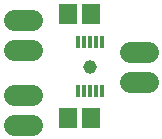
<source format=gbs>
G75*
%MOIN*%
%OFA0B0*%
%FSLAX25Y25*%
%IPPOS*%
%LPD*%
%AMOC8*
5,1,8,0,0,1.08239X$1,22.5*
%
%ADD10R,0.06102X0.06890*%
%ADD11R,0.01575X0.04331*%
%ADD12C,0.06984*%
%ADD13C,0.04559*%
D10*
X0059961Y0017608D03*
X0067441Y0017608D03*
X0067441Y0052293D03*
X0059961Y0052293D03*
D11*
X0063228Y0042765D03*
X0065197Y0042765D03*
X0067165Y0042765D03*
X0069134Y0042765D03*
X0071102Y0042765D03*
X0071102Y0026623D03*
X0069134Y0026623D03*
X0067165Y0026623D03*
X0065197Y0026623D03*
X0063228Y0026623D03*
D12*
X0048000Y0015167D02*
X0042000Y0015167D01*
X0042000Y0025167D02*
X0048000Y0025167D01*
X0048000Y0040167D02*
X0042000Y0040167D01*
X0042000Y0050167D02*
X0048000Y0050167D01*
X0080661Y0039576D02*
X0086661Y0039576D01*
X0086661Y0029576D02*
X0080661Y0029576D01*
D13*
X0067244Y0034497D03*
M02*

</source>
